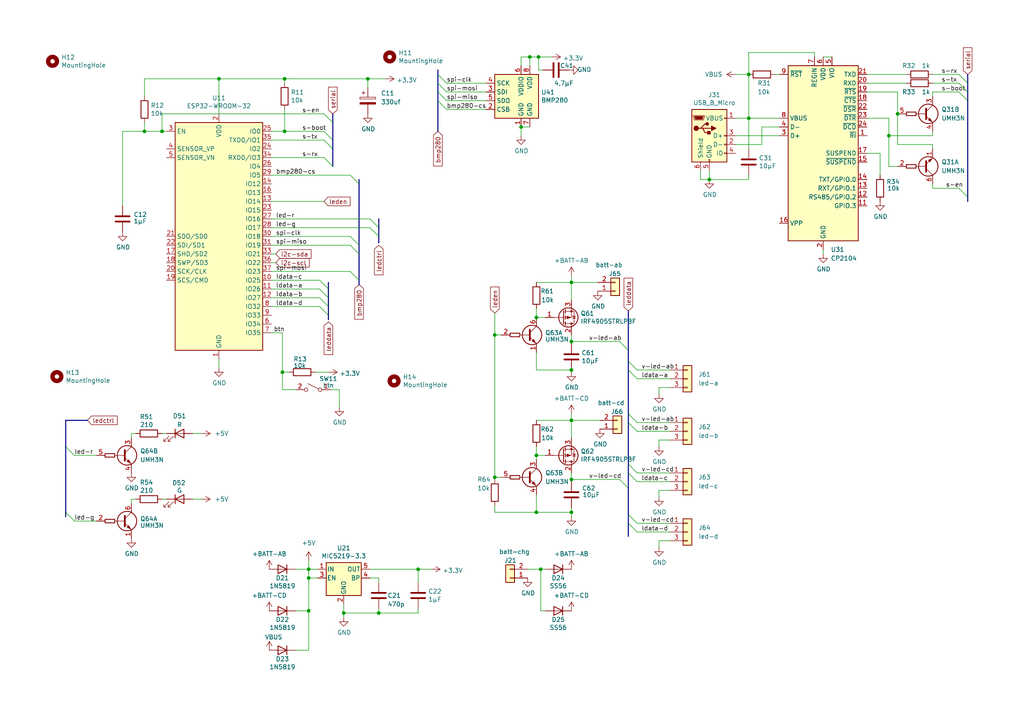
<source format=kicad_sch>
(kicad_sch (version 20230121) (generator eeschema)
  (paper "A4")
  (lib_symbols
    (symbol "+BATT_1" (power) (pin_names (offset 0))
      (property "Value" "+BATT_1" (at 0 4.445 0))
      (symbol "+BATT_1_1_1"
        (pin power_in line (at 0 0 90) (length 0) hide (name "+BATT-CD") (number "1"))
      )
    )
    (symbol "Connector:USB_B_Micro" (pin_names (offset 1.016))
      (property "Reference" "J" (at -5.08 11.43 0))
      (property "Value" "USB_B_Micro" (at -5.08 8.89 0))
      (symbol "USB_B_Micro_1_1"
        (pin power_out line (at 7.62 5.08 180) (length 2.54) (name "VBUS") (number "1"))
        (pin bidirectional line (at 7.62 -2.54 180) (length 2.54) (name "D-") (number "2"))
        (pin bidirectional line (at 7.62 0 180) (length 2.54) (name "D+") (number "3"))
        (pin passive line (at 7.62 -5.08 180) (length 2.54) (name "ID") (number "4"))
        (pin power_out line (at 0 -10.16 90) (length 2.54) (name "GND") (number "5"))
        (pin passive line (at -2.54 -10.16 90) (length 2.54) (name "Shield") (number "6"))
      )
    )
    (symbol "Connector_Generic:Conn_01x02" (pin_names (offset 1.016) hide)
      (property "Reference" "J" (at 0 2.54 0))
      (property "Value" "Conn_01x02" (at 0 -5.08 0))
      (symbol "Conn_01x02_1_1"
        (pin passive line (at -5.08 0 0) (length 3.81) (name "Pin_1") (number "1"))
        (pin passive line (at -5.08 -2.54 0) (length 3.81) (name "Pin_2") (number "2"))
      )
    )
    (symbol "Connector_Generic:Conn_01x03" (pin_names (offset 1.016) hide)
      (property "Reference" "J" (at 0 5.08 0))
      (property "Value" "Conn_01x03" (at 0 -5.08 0))
      (symbol "Conn_01x03_1_1"
        (pin passive line (at -5.08 2.54 0) (length 3.81) (name "Pin_1") (number "1"))
        (pin passive line (at -5.08 0 0) (length 3.81) (name "Pin_2") (number "2"))
        (pin passive line (at -5.08 -2.54 0) (length 3.81) (name "Pin_3") (number "3"))
      )
    )
    (symbol "Device:C" (pin_numbers hide) (pin_names (offset 0.254))
      (property "Reference" "C" (at 0.635 2.54 0))
      (property "Value" "C" (at 0.635 -2.54 0))
      (symbol "C_1_1"
        (pin passive line (at 0 3.81 270) (length 2.794) (name "~") (number "1"))
        (pin passive line (at 0 -3.81 90) (length 2.794) (name "~") (number "2"))
      )
    )
    (symbol "Device:C_Polarized" (pin_numbers hide) (pin_names (offset 0.254))
      (property "Reference" "C" (at 0.635 2.54 0))
      (property "Value" "C_Polarized" (at 0.635 -2.54 0))
      (symbol "C_Polarized_1_1"
        (pin passive line (at 0 3.81 270) (length 2.794) (name "~") (number "1"))
        (pin passive line (at 0 -3.81 90) (length 2.794) (name "~") (number "2"))
      )
    )
    (symbol "Device:D" (pin_numbers hide) (pin_names (offset 1.016) hide)
      (property "Reference" "D" (at 0 2.54 0))
      (property "Value" "D" (at 0 -2.54 0))
      (symbol "D_1_1"
        (pin passive line (at -3.81 0 0) (length 2.54) (name "K") (number "1"))
        (pin passive line (at 3.81 0 180) (length 2.54) (name "A") (number "2"))
      )
    )
    (symbol "Device:LED" (pin_numbers hide) (pin_names (offset 1.016) hide)
      (property "Reference" "D" (at 0 2.54 0))
      (property "Value" "LED" (at 0 -2.54 0))
      (symbol "LED_1_1"
        (pin passive line (at -3.81 0 0) (length 2.54) (name "K") (number "1"))
        (pin passive line (at 3.81 0 180) (length 2.54) (name "A") (number "2"))
      )
    )
    (symbol "Device:Q_PMOS_GDS" (pin_names (offset 0) hide)
      (property "Reference" "Q" (at 5.08 1.27 0))
      (property "Value" "Q_PMOS_GDS" (at 5.08 -1.27 0))
      (symbol "Q_PMOS_GDS_1_1"
        (pin input line (at -5.08 0 0) (length 2.54) (name "G") (number "1"))
        (pin passive line (at 2.54 5.08 270) (length 2.54) (name "D") (number "2"))
        (pin passive line (at 2.54 -5.08 90) (length 2.54) (name "S") (number "3"))
      )
    )
    (symbol "Device:R" (pin_numbers hide) (pin_names (offset 0))
      (property "Reference" "R" (at 2.032 0 90))
      (property "Value" "R" (at 0 0 90))
      (symbol "R_1_1"
        (pin passive line (at 0 3.81 270) (length 1.27) (name "~") (number "1"))
        (pin passive line (at 0 -3.81 90) (length 1.27) (name "~") (number "2"))
      )
    )
    (symbol "Interface_USB:CP2104"
      (property "Reference" "U" (at -5.08 28.575 0))
      (property "Value" "CP2104" (at -5.08 26.67 0))
      (symbol "CP2104_1_1"
        (pin input line (at 12.7 5.08 180) (length 2.54) (name "~{RI}") (number "1"))
        (pin no_connect line (at 10.16 -20.32 180) (length 2.54) hide (name "NC") (number "10"))
        (pin bidirectional line (at 12.7 -15.24 180) (length 2.54) (name "GPIO.3") (number "11"))
        (pin bidirectional line (at 12.7 -12.7 180) (length 2.54) (name "RS485/GPIO.2") (number "12"))
        (pin bidirectional line (at 12.7 -10.16 180) (length 2.54) (name "RXT/GPIO.1") (number "13"))
        (pin bidirectional line (at 12.7 -7.62 180) (length 2.54) (name "TXT/GPIO.0") (number "14"))
        (pin output line (at 12.7 -2.54 180) (length 2.54) (name "~{SUSPEND}") (number "15"))
        (pin passive line (at -12.7 -20.32 0) (length 2.54) (name "VPP") (number "16"))
        (pin output line (at 12.7 0 180) (length 2.54) (name "SUSPEND") (number "17"))
        (pin input line (at 12.7 15.24 180) (length 2.54) (name "~{CTS}") (number "18"))
        (pin output line (at 12.7 17.78 180) (length 2.54) (name "~{RTS}") (number "19"))
        (pin power_in line (at 0 -27.94 90) (length 2.54) (name "GND") (number "2"))
        (pin input line (at 12.7 20.32 180) (length 2.54) (name "RXD") (number "20"))
        (pin output line (at 12.7 22.86 180) (length 2.54) (name "TXD") (number "21"))
        (pin input line (at 12.7 12.7 180) (length 2.54) (name "~{DSR}") (number "22"))
        (pin output line (at 12.7 10.16 180) (length 2.54) (name "~{DTR}") (number "23"))
        (pin input line (at 12.7 7.62 180) (length 2.54) (name "~{DCD}") (number "24"))
        (pin passive line (at 0 -27.94 90) (length 2.54) hide (name "GND") (number "25"))
        (pin bidirectional line (at -12.7 5.08 0) (length 2.54) (name "D+") (number "3"))
        (pin bidirectional line (at -12.7 7.62 0) (length 2.54) (name "D-") (number "4"))
        (pin power_in line (at 2.54 27.94 270) (length 2.54) (name "VIO") (number "5"))
        (pin power_in line (at 0 27.94 270) (length 2.54) (name "VDD") (number "6"))
        (pin power_in line (at -2.54 27.94 270) (length 2.54) (name "REGIN") (number "7"))
        (pin input line (at -12.7 10.16 0) (length 2.54) (name "VBUS") (number "8"))
        (pin bidirectional line (at -12.7 22.86 0) (length 2.54) (name "~{RST}") (number "9"))
      )
    )
    (symbol "Mechanical:MountingHole" (pin_names (offset 1.016))
      (property "Reference" "H" (at 0 5.08 0))
      (property "Value" "MountingHole" (at 0 3.175 0))
    )
    (symbol "RF_Module:ESP32-WROOM-32"
      (property "Reference" "U" (at -12.7 34.29 0))
      (property "Value" "ESP32-WROOM-32" (at 1.27 34.29 0))
      (symbol "ESP32-WROOM-32_1_1"
        (pin power_in line (at 0 -35.56 90) (length 2.54) (name "GND") (number "1"))
        (pin bidirectional line (at 15.24 -12.7 180) (length 2.54) (name "IO25") (number "10"))
        (pin bidirectional line (at 15.24 -15.24 180) (length 2.54) (name "IO26") (number "11"))
        (pin bidirectional line (at 15.24 -17.78 180) (length 2.54) (name "IO27") (number "12"))
        (pin bidirectional line (at 15.24 10.16 180) (length 2.54) (name "IO14") (number "13"))
        (pin bidirectional line (at 15.24 15.24 180) (length 2.54) (name "IO12") (number "14"))
        (pin passive line (at 0 -35.56 90) (length 2.54) hide (name "GND") (number "15"))
        (pin bidirectional line (at 15.24 12.7 180) (length 2.54) (name "IO13") (number "16"))
        (pin bidirectional line (at -15.24 -5.08 0) (length 2.54) (name "SHD/SD2") (number "17"))
        (pin bidirectional line (at -15.24 -7.62 0) (length 2.54) (name "SWP/SD3") (number "18"))
        (pin bidirectional line (at -15.24 -12.7 0) (length 2.54) (name "SCS/CMD") (number "19"))
        (pin power_in line (at 0 35.56 270) (length 2.54) (name "VDD") (number "2"))
        (pin bidirectional line (at -15.24 -10.16 0) (length 2.54) (name "SCK/CLK") (number "20"))
        (pin bidirectional line (at -15.24 0 0) (length 2.54) (name "SDO/SD0") (number "21"))
        (pin bidirectional line (at -15.24 -2.54 0) (length 2.54) (name "SDI/SD1") (number "22"))
        (pin bidirectional line (at 15.24 7.62 180) (length 2.54) (name "IO15") (number "23"))
        (pin bidirectional line (at 15.24 25.4 180) (length 2.54) (name "IO2") (number "24"))
        (pin bidirectional line (at 15.24 30.48 180) (length 2.54) (name "IO0") (number "25"))
        (pin bidirectional line (at 15.24 20.32 180) (length 2.54) (name "IO4") (number "26"))
        (pin bidirectional line (at 15.24 5.08 180) (length 2.54) (name "IO16") (number "27"))
        (pin bidirectional line (at 15.24 2.54 180) (length 2.54) (name "IO17") (number "28"))
        (pin bidirectional line (at 15.24 17.78 180) (length 2.54) (name "IO5") (number "29"))
        (pin input line (at -15.24 30.48 0) (length 2.54) (name "EN") (number "3"))
        (pin bidirectional line (at 15.24 0 180) (length 2.54) (name "IO18") (number "30"))
        (pin bidirectional line (at 15.24 -2.54 180) (length 2.54) (name "IO19") (number "31"))
        (pin no_connect line (at -12.7 -27.94 0) (length 2.54) hide (name "NC") (number "32"))
        (pin bidirectional line (at 15.24 -5.08 180) (length 2.54) (name "IO21") (number "33"))
        (pin bidirectional line (at 15.24 22.86 180) (length 2.54) (name "RXD0/IO3") (number "34"))
        (pin bidirectional line (at 15.24 27.94 180) (length 2.54) (name "TXD0/IO1") (number "35"))
        (pin bidirectional line (at 15.24 -7.62 180) (length 2.54) (name "IO22") (number "36"))
        (pin bidirectional line (at 15.24 -10.16 180) (length 2.54) (name "IO23") (number "37"))
        (pin passive line (at 0 -35.56 90) (length 2.54) hide (name "GND") (number "38"))
        (pin passive line (at 0 -35.56 90) (length 2.54) hide (name "GND") (number "39"))
        (pin input line (at -15.24 25.4 0) (length 2.54) (name "SENSOR_VP") (number "4"))
        (pin input line (at -15.24 22.86 0) (length 2.54) (name "SENSOR_VN") (number "5"))
        (pin input line (at 15.24 -25.4 180) (length 2.54) (name "IO34") (number "6"))
        (pin input line (at 15.24 -27.94 180) (length 2.54) (name "IO35") (number "7"))
        (pin bidirectional line (at 15.24 -20.32 180) (length 2.54) (name "IO32") (number "8"))
        (pin bidirectional line (at 15.24 -22.86 180) (length 2.54) (name "IO33") (number "9"))
      )
    )
    (symbol "Regulator_Linear:MIC5219-3.3YM5" (pin_names (offset 0.254))
      (property "Reference" "U" (at -3.81 5.715 0))
      (property "Value" "MIC5219-3.3YM5" (at 0 5.715 0))
      (symbol "MIC5219-3.3YM5_1_1"
        (pin power_in line (at -7.62 2.54 0) (length 2.54) (name "IN") (number "1"))
        (pin power_in line (at 0 -7.62 90) (length 2.54) (name "GND") (number "2"))
        (pin input line (at -7.62 0 0) (length 2.54) (name "EN") (number "3"))
        (pin input line (at 7.62 0 180) (length 2.54) (name "BP") (number "4"))
        (pin power_out line (at 7.62 2.54 180) (length 2.54) (name "OUT") (number "5"))
      )
    )
    (symbol "Sensor_Pressure:BMP280"
      (property "Reference" "U" (at -7.62 10.16 0))
      (property "Value" "BMP280" (at 5.08 10.16 0))
      (symbol "BMP280_1_1"
        (pin power_in line (at 0 -7.62 90) (length 2.54) (name "GND") (number "1"))
        (pin input line (at -10.16 -2.54 0) (length 2.54) (name "CSB") (number "2"))
        (pin bidirectional line (at -10.16 2.54 0) (length 2.54) (name "SDI") (number "3"))
        (pin input line (at -10.16 5.08 0) (length 2.54) (name "SCK") (number "4"))
        (pin bidirectional line (at -10.16 0 0) (length 2.54) (name "SDO") (number "5"))
        (pin power_in line (at 0 10.16 270) (length 2.54) (name "VDDIO") (number "6"))
        (pin power_in line (at 2.54 -7.62 90) (length 2.54) (name "GND") (number "7"))
        (pin power_in line (at 2.54 10.16 270) (length 2.54) (name "VDD") (number "8"))
      )
    )
    (symbol "Switch:SW_SPST" (pin_names (offset 0) hide)
      (property "Reference" "SW" (at 0 3.175 0))
      (property "Value" "SW_SPST" (at 0 -2.54 0))
      (symbol "SW_SPST_1_1"
        (pin passive line (at -5.08 0 0) (length 2.54) (name "A") (number "1"))
        (pin passive line (at 5.08 0 180) (length 2.54) (name "B") (number "2"))
      )
    )
    (symbol "Transistor_BJT:UMH3N" (pin_names hide)
      (property "Reference" "Q" (at 7.62 1.27 0))
      (property "Value" "UMH3N" (at 7.62 -1.27 0))
      (symbol "UMH3N_1_1"
        (pin passive line (at 5.08 -5.08 90) (length 2.54) (name "E1") (number "1"))
        (pin input line (at -5.08 0 0) (length 2.54) (name "B1") (number "2"))
        (pin passive line (at 5.08 5.08 270) (length 2.54) (name "C1") (number "6"))
      )
      (symbol "UMH3N_2_1"
        (pin passive line (at 5.08 5.08 270) (length 2.54) (name "C2") (number "3"))
        (pin passive line (at 5.08 -5.08 90) (length 2.54) (name "E2") (number "4"))
        (pin input line (at -5.08 0 0) (length 2.54) (name "B2") (number "5"))
      )
    )
    (symbol "power:+3.3V" (power) (pin_names (offset 0))
      (property "Value" "+3.3V" (at 0 3.556 0))
      (symbol "+3.3V_1_1"
        (pin power_in line (at 0 0 90) (length 0) hide (name "+3.3V") (number "1"))
      )
    )
    (symbol "power:+5V" (power) (pin_names (offset 0))
      (property "Value" "+5V" (at 0 3.556 0))
      (symbol "+5V_1_1"
        (pin power_in line (at 0 0 90) (length 0) hide (name "+5V") (number "1"))
      )
    )
    (symbol "power:+BATT" (power) (pin_names (offset 0))
      (property "Value" "+BATT-AB" (at 0 4.445 0))
      (symbol "+BATT_1_1"
        (pin power_in line (at 0 0 90) (length 0) hide (name "+BATT-AB") (number "1"))
      )
    )
    (symbol "power:GND" (power) (pin_names (offset 0))
      (property "Value" "GND" (at 0 -3.81 0))
      (symbol "GND_1_1"
        (pin power_in line (at 0 0 270) (length 0) hide (name "GND") (number "1"))
      )
    )
    (symbol "power:VBUS" (power) (pin_names (offset 0))
      (property "Value" "VBUS" (at 0 3.81 0))
      (symbol "VBUS_1_1"
        (pin power_in line (at 0 0 90) (length 0) hide (name "VBUS") (number "1"))
      )
    )
  )
  (junction (at 82.55 22.86))
  (junction (at 89.535 167.64))
  (junction (at 99.695 177.8))
  (junction (at 165.735 121.92))
  (junction (at 46.99 38.1))
  (junction (at 217.17 34.29))
  (junction (at 165.735 99.06))
  (junction (at 106.68 22.86))
  (junction (at 155.575 148.59))
  (junction (at 41.91 38.1))
  (junction (at 109.855 177.8))
  (junction (at 155.575 92.075))
  (junction (at 89.535 165.1))
  (junction (at 165.735 139.065))
  (junction (at 121.285 165.1))
  (junction (at 143.51 138.43))
  (junction (at 63.5 22.86))
  (junction (at 217.17 21.59))
  (junction (at 165.735 148.59))
  (junction (at 205.74 52.07))
  (junction (at 257.81 39.37))
  (junction (at 82.55 38.1))
  (junction (at 165.735 81.915))
  (junction (at 89.535 177.165))
  (junction (at 151.13 36.83))
  (junction (at 165.735 107.315))
  (junction (at 156.845 165.1))
  (junction (at 260.35 33.02))
  (junction (at 153.67 16.51))
  (junction (at 81.915 107.95))
  (junction (at 156.21 16.51))
  (junction (at 155.575 132.08))
  (junction (at 143.51 97.155))
  (bus_entry (at 92.71 83.82) (size 2.54 2.54))
  (bus_entry (at 93.98 45.72) (size 2.54 2.54))
  (bus_entry (at 182.245 149.225) (size 2.54 2.54))
  (bus_entry (at 101.6 50.8) (size 2.54 2.54))
  (bus_entry (at 182.245 137.16) (size 2.54 2.54))
  (bus_entry (at 19.05 129.54) (size 2.54 2.54))
  (bus_entry (at 93.98 40.64) (size 2.54 2.54))
  (bus_entry (at 179.705 99.06) (size 2.54 2.54))
  (bus_entry (at 19.05 148.59) (size 2.54 2.54))
  (bus_entry (at 182.245 104.775) (size 2.54 2.54))
  (bus_entry (at 92.71 81.28) (size 2.54 2.54))
  (bus_entry (at 127 24.13) (size 2.54 2.54))
  (bus_entry (at 101.6 68.58) (size 2.54 2.54))
  (bus_entry (at 127 29.21) (size 2.54 2.54))
  (bus_entry (at 182.245 122.555) (size 2.54 2.54))
  (bus_entry (at 182.245 151.765) (size 2.54 2.54))
  (bus_entry (at 182.245 107.315) (size 2.54 2.54))
  (bus_entry (at 278.13 54.61) (size 2.54 2.54))
  (bus_entry (at 101.6 78.74) (size 2.54 2.54))
  (bus_entry (at 182.245 134.62) (size 2.54 2.54))
  (bus_entry (at 127 21.59) (size 2.54 2.54))
  (bus_entry (at 93.98 33.02) (size 2.54 2.54))
  (bus_entry (at 107.315 63.5) (size 2.54 2.54))
  (bus_entry (at 92.71 88.9) (size 2.54 2.54))
  (bus_entry (at 93.98 38.1) (size 2.54 2.54))
  (bus_entry (at 107.315 66.04) (size 2.54 2.54))
  (bus_entry (at 101.6 71.12) (size 2.54 2.54))
  (bus_entry (at 182.245 120.015) (size 2.54 2.54))
  (bus_entry (at 278.13 26.67) (size 2.54 2.54))
  (bus_entry (at 179.705 139.065) (size 2.54 2.54))
  (bus_entry (at 278.13 24.13) (size 2.54 2.54))
  (bus_entry (at 92.71 86.36) (size 2.54 2.54))
  (bus_entry (at 278.13 21.59) (size 2.54 2.54))
  (bus_entry (at 127 26.67) (size 2.54 2.54))
  (bus (pts (xy 182.245 134.62) (xy 182.245 137.16)))
  (wire (pts (xy 91.44 107.95) (xy 95.25 107.95)))
  (wire (pts (xy 93.98 38.1) (xy 82.55 38.1)))
  (wire (pts (xy 99.695 177.8) (xy 109.855 177.8)))
  (wire (pts (xy 184.785 107.315) (xy 194.31 107.315)))
  (wire (pts (xy 165.735 121.92) (xy 173.99 121.92)))
  (wire (pts (xy 41.91 22.86) (xy 63.5 22.86)))
  (wire (pts (xy 153.035 165.1) (xy 156.845 165.1)))
  (wire (pts (xy 260.35 26.67) (xy 260.35 33.02)))
  (wire (pts (xy 165.735 97.155) (xy 165.735 99.06)))
  (wire (pts (xy 155.575 143.51) (xy 155.575 148.59)))
  (wire (pts (xy 81.915 107.95) (xy 83.82 107.95)))
  (wire (pts (xy 21.59 132.08) (xy 27.94 132.08)))
  (wire (pts (xy 153.67 19.05) (xy 153.67 16.51)))
  (wire (pts (xy 191.135 112.395) (xy 194.31 112.395)))
  (bus (pts (xy 182.245 101.6) (xy 182.245 104.775)))
  (wire (pts (xy 35.56 38.1) (xy 35.56 59.69)))
  (wire (pts (xy 63.5 106.68) (xy 63.5 104.14)))
  (wire (pts (xy 251.46 44.45) (xy 255.27 44.45)))
  (wire (pts (xy 78.74 58.42) (xy 93.98 58.42)))
  (wire (pts (xy 85.725 165.1) (xy 89.535 165.1)))
  (wire (pts (xy 98.425 113.03) (xy 98.425 118.11)))
  (bus (pts (xy 127 24.13) (xy 127 26.67)))
  (wire (pts (xy 121.285 165.1) (xy 125.095 165.1)))
  (wire (pts (xy 270.51 41.91) (xy 270.51 43.18)))
  (wire (pts (xy 46.99 38.1) (xy 46.99 33.02)))
  (bus (pts (xy 109.855 68.58) (xy 109.855 70.485)))
  (wire (pts (xy 63.5 33.02) (xy 63.5 22.86)))
  (wire (pts (xy 153.67 16.51) (xy 156.21 16.51)))
  (wire (pts (xy 140.97 31.75) (xy 129.54 31.75)))
  (wire (pts (xy 270.51 26.67) (xy 278.13 26.67)))
  (wire (pts (xy 165.735 107.315) (xy 155.575 107.315)))
  (wire (pts (xy 38.1 125.73) (xy 39.37 125.73)))
  (wire (pts (xy 143.51 148.59) (xy 155.575 148.59)))
  (wire (pts (xy 224.79 21.59) (xy 226.06 21.59)))
  (wire (pts (xy 270.51 24.13) (xy 278.13 24.13)))
  (wire (pts (xy 236.22 15.24) (xy 217.17 15.24)))
  (wire (pts (xy 46.99 125.73) (xy 48.26 125.73)))
  (wire (pts (xy 38.1 144.78) (xy 39.37 144.78)))
  (bus (pts (xy 182.245 122.555) (xy 182.245 134.62)))
  (wire (pts (xy 165.735 99.06) (xy 179.705 99.06)))
  (wire (pts (xy 78.74 45.72) (xy 93.98 45.72)))
  (wire (pts (xy 251.46 21.59) (xy 262.89 21.59)))
  (bus (pts (xy 182.245 104.775) (xy 182.245 107.315)))
  (wire (pts (xy 109.855 176.53) (xy 109.855 177.8)))
  (wire (pts (xy 191.135 129.54) (xy 191.135 127.635)))
  (wire (pts (xy 85.725 177.165) (xy 89.535 177.165)))
  (wire (pts (xy 151.13 39.37) (xy 151.13 36.83)))
  (bus (pts (xy 280.67 21.59) (xy 280.67 24.13)))
  (bus (pts (xy 182.245 90.17) (xy 182.245 101.6)))
  (wire (pts (xy 107.315 165.1) (xy 121.285 165.1)))
  (wire (pts (xy 156.845 177.165) (xy 158.115 177.165)))
  (wire (pts (xy 156.21 16.51) (xy 156.21 20.32)))
  (bus (pts (xy 19.05 129.54) (xy 19.05 148.59)))
  (wire (pts (xy 270.51 27.94) (xy 270.51 26.67)))
  (wire (pts (xy 143.51 97.155) (xy 145.415 97.155)))
  (wire (pts (xy 46.99 33.02) (xy 93.98 33.02)))
  (wire (pts (xy 213.36 39.37) (xy 226.06 39.37)))
  (wire (pts (xy 81.915 113.03) (xy 85.725 113.03)))
  (wire (pts (xy 41.91 38.1) (xy 46.99 38.1)))
  (bus (pts (xy 19.05 148.59) (xy 19.05 149.86)))
  (wire (pts (xy 38.1 125.73) (xy 38.1 127)))
  (bus (pts (xy 19.05 121.92) (xy 19.05 129.54)))
  (bus (pts (xy 95.25 91.44) (xy 95.25 92.71)))
  (wire (pts (xy 191.135 156.845) (xy 194.31 156.845)))
  (bus (pts (xy 127 21.59) (xy 127 24.13)))
  (bus (pts (xy 95.25 86.36) (xy 95.25 88.9)))
  (bus (pts (xy 109.855 66.04) (xy 109.855 68.58)))
  (bus (pts (xy 127 26.67) (xy 127 29.21)))
  (wire (pts (xy 156.21 20.32) (xy 157.48 20.32)))
  (bus (pts (xy 95.25 81.915) (xy 95.25 83.82)))
  (wire (pts (xy 78.74 73.66) (xy 80.01 73.66)))
  (wire (pts (xy 165.735 137.16) (xy 165.735 139.065)))
  (wire (pts (xy 109.855 167.64) (xy 109.855 168.91)))
  (bus (pts (xy 104.14 52.07) (xy 104.14 53.34)))
  (wire (pts (xy 155.575 107.315) (xy 155.575 102.235)))
  (wire (pts (xy 41.91 38.1) (xy 35.56 38.1)))
  (wire (pts (xy 89.535 165.1) (xy 89.535 167.64)))
  (wire (pts (xy 184.785 137.16) (xy 194.31 137.16)))
  (bus (pts (xy 127 20.32) (xy 127 21.59)))
  (wire (pts (xy 78.74 88.9) (xy 92.71 88.9)))
  (bus (pts (xy 104.14 53.34) (xy 104.14 71.12)))
  (wire (pts (xy 143.51 138.43) (xy 145.415 138.43)))
  (wire (pts (xy 55.88 144.78) (xy 58.42 144.78)))
  (wire (pts (xy 89.535 167.64) (xy 92.075 167.64)))
  (wire (pts (xy 165.735 81.915) (xy 173.355 81.915)))
  (wire (pts (xy 89.535 162.56) (xy 89.535 165.1)))
  (wire (pts (xy 158.115 132.08) (xy 155.575 132.08)))
  (bus (pts (xy 182.245 107.315) (xy 182.245 120.015)))
  (wire (pts (xy 257.81 34.29) (xy 257.81 39.37)))
  (wire (pts (xy 46.99 144.78) (xy 48.26 144.78)))
  (wire (pts (xy 107.315 167.64) (xy 109.855 167.64)))
  (wire (pts (xy 99.695 177.8) (xy 99.695 179.07)))
  (wire (pts (xy 184.785 154.305) (xy 194.31 154.305)))
  (wire (pts (xy 78.74 78.74) (xy 101.6 78.74)))
  (wire (pts (xy 257.81 39.37) (xy 270.51 39.37)))
  (wire (pts (xy 184.785 151.765) (xy 194.31 151.765)))
  (bus (pts (xy 104.14 73.66) (xy 104.14 81.28)))
  (bus (pts (xy 25.4 121.92) (xy 19.05 121.92)))
  (wire (pts (xy 155.575 129.54) (xy 155.575 132.08)))
  (wire (pts (xy 213.36 34.29) (xy 217.17 34.29)))
  (wire (pts (xy 203.2 49.53) (xy 203.2 52.07)))
  (bus (pts (xy 95.25 88.9) (xy 95.25 91.44)))
  (wire (pts (xy 191.135 142.24) (xy 194.31 142.24)))
  (wire (pts (xy 121.285 177.8) (xy 121.285 176.53)))
  (wire (pts (xy 217.17 50.8) (xy 217.17 52.07)))
  (wire (pts (xy 165.735 121.92) (xy 165.735 127)))
  (wire (pts (xy 203.2 52.07) (xy 205.74 52.07)))
  (bus (pts (xy 96.52 40.64) (xy 96.52 43.18)))
  (wire (pts (xy 191.135 144.145) (xy 191.135 142.24)))
  (bus (pts (xy 109.855 63.5) (xy 109.855 66.04)))
  (wire (pts (xy 165.735 80.01) (xy 165.735 81.915)))
  (wire (pts (xy 257.81 48.26) (xy 260.35 48.26)))
  (wire (pts (xy 78.74 63.5) (xy 107.315 63.5)))
  (wire (pts (xy 251.46 34.29) (xy 257.81 34.29)))
  (wire (pts (xy 109.855 177.8) (xy 121.285 177.8)))
  (bus (pts (xy 182.245 137.16) (xy 182.245 141.605)))
  (wire (pts (xy 78.74 71.12) (xy 101.6 71.12)))
  (wire (pts (xy 184.785 109.855) (xy 194.31 109.855)))
  (wire (pts (xy 255.27 44.45) (xy 255.27 50.8)))
  (wire (pts (xy 217.17 34.29) (xy 217.17 43.18)))
  (wire (pts (xy 217.17 21.59) (xy 217.17 34.29)))
  (wire (pts (xy 205.74 52.07) (xy 217.17 52.07)))
  (wire (pts (xy 165.735 107.315) (xy 165.735 107.95)))
  (bus (pts (xy 96.52 33.02) (xy 96.52 35.56)))
  (wire (pts (xy 89.535 165.1) (xy 92.075 165.1)))
  (wire (pts (xy 251.46 24.13) (xy 262.89 24.13)))
  (wire (pts (xy 257.81 39.37) (xy 257.81 48.26)))
  (bus (pts (xy 280.67 24.13) (xy 280.67 26.67)))
  (wire (pts (xy 143.51 90.805) (xy 143.51 97.155)))
  (wire (pts (xy 260.35 41.91) (xy 270.51 41.91)))
  (bus (pts (xy 95.25 83.82) (xy 95.25 86.36)))
  (wire (pts (xy 270.51 54.61) (xy 278.13 54.61)))
  (bus (pts (xy 182.245 151.765) (xy 182.245 155.575)))
  (wire (pts (xy 121.285 168.91) (xy 121.285 165.1)))
  (wire (pts (xy 191.135 127.635) (xy 194.31 127.635)))
  (wire (pts (xy 165.735 99.06) (xy 165.735 99.695)))
  (wire (pts (xy 205.74 49.53) (xy 205.74 52.07)))
  (wire (pts (xy 213.36 21.59) (xy 217.17 21.59)))
  (wire (pts (xy 38.1 144.78) (xy 38.1 146.05)))
  (bus (pts (xy 104.14 71.12) (xy 104.14 73.66)))
  (wire (pts (xy 260.35 33.02) (xy 260.35 41.91)))
  (bus (pts (xy 280.67 57.15) (xy 280.67 58.42)))
  (bus (pts (xy 104.14 81.28) (xy 104.14 82.55)))
  (wire (pts (xy 217.17 34.29) (xy 226.06 34.29)))
  (wire (pts (xy 236.22 16.51) (xy 236.22 15.24)))
  (bus (pts (xy 127 29.21) (xy 127 38.1)))
  (wire (pts (xy 155.575 148.59) (xy 165.735 148.59)))
  (wire (pts (xy 80.01 76.2) (xy 78.74 76.2)))
  (wire (pts (xy 165.735 148.59) (xy 165.735 149.86)))
  (wire (pts (xy 95.885 113.03) (xy 98.425 113.03)))
  (wire (pts (xy 78.74 68.58) (xy 101.6 68.58)))
  (wire (pts (xy 78.74 86.36) (xy 92.71 86.36)))
  (wire (pts (xy 46.99 38.1) (xy 48.26 38.1)))
  (bus (pts (xy 182.245 120.015) (xy 182.245 122.555)))
  (wire (pts (xy 151.13 19.05) (xy 151.13 16.51)))
  (wire (pts (xy 191.135 158.75) (xy 191.135 156.845)))
  (wire (pts (xy 78.74 81.28) (xy 92.71 81.28)))
  (wire (pts (xy 155.575 81.915) (xy 165.735 81.915)))
  (wire (pts (xy 143.51 146.685) (xy 143.51 148.59)))
  (wire (pts (xy 55.88 125.73) (xy 58.42 125.73)))
  (wire (pts (xy 78.74 38.1) (xy 82.55 38.1)))
  (wire (pts (xy 156.845 165.1) (xy 156.845 177.165)))
  (wire (pts (xy 184.785 122.555) (xy 194.31 122.555)))
  (wire (pts (xy 143.51 138.43) (xy 143.51 97.155)))
  (wire (pts (xy 78.74 66.04) (xy 107.315 66.04)))
  (wire (pts (xy 156.845 165.1) (xy 158.115 165.1)))
  (wire (pts (xy 184.785 139.7) (xy 194.31 139.7)))
  (wire (pts (xy 217.17 15.24) (xy 217.17 21.59)))
  (wire (pts (xy 270.51 38.1) (xy 270.51 39.37)))
  (wire (pts (xy 165.735 120.015) (xy 165.735 121.92)))
  (wire (pts (xy 251.46 26.67) (xy 260.35 26.67)))
  (wire (pts (xy 151.13 16.51) (xy 153.67 16.51)))
  (wire (pts (xy 155.575 89.535) (xy 155.575 92.075)))
  (wire (pts (xy 165.735 139.065) (xy 179.705 139.065)))
  (bus (pts (xy 182.245 141.605) (xy 182.245 149.225)))
  (wire (pts (xy 82.55 22.86) (xy 82.55 24.13)))
  (wire (pts (xy 165.735 81.915) (xy 165.735 86.995)))
  (wire (pts (xy 278.13 21.59) (xy 270.51 21.59)))
  (wire (pts (xy 238.76 16.51) (xy 241.3 16.51)))
  (wire (pts (xy 106.68 22.86) (xy 106.68 25.4)))
  (wire (pts (xy 155.575 132.08) (xy 155.575 133.35)))
  (wire (pts (xy 89.535 177.165) (xy 89.535 188.595)))
  (wire (pts (xy 155.575 121.92) (xy 165.735 121.92)))
  (wire (pts (xy 140.97 26.67) (xy 129.54 26.67)))
  (wire (pts (xy 41.91 35.56) (xy 41.91 38.1)))
  (bus (pts (xy 182.245 149.225) (xy 182.245 151.765)))
  (wire (pts (xy 158.115 92.075) (xy 155.575 92.075)))
  (bus (pts (xy 96.52 35.56) (xy 96.52 40.64)))
  (wire (pts (xy 63.5 22.86) (xy 82.55 22.86)))
  (wire (pts (xy 191.135 114.3) (xy 191.135 112.395)))
  (wire (pts (xy 156.21 16.51) (xy 160.02 16.51)))
  (wire (pts (xy 85.725 188.595) (xy 89.535 188.595)))
  (wire (pts (xy 226.06 36.83) (xy 220.98 36.83)))
  (wire (pts (xy 81.915 107.95) (xy 81.915 113.03)))
  (wire (pts (xy 165.735 139.065) (xy 165.735 139.7)))
  (bus (pts (xy 280.67 26.67) (xy 280.67 29.21)))
  (wire (pts (xy 143.51 139.065) (xy 143.51 138.43)))
  (wire (pts (xy 21.59 151.13) (xy 27.94 151.13)))
  (wire (pts (xy 82.55 31.75) (xy 82.55 38.1)))
  (wire (pts (xy 99.695 175.26) (xy 99.695 177.8)))
  (wire (pts (xy 106.68 22.86) (xy 111.76 22.86)))
  (wire (pts (xy 270.51 54.61) (xy 270.51 53.34)))
  (bus (pts (xy 96.52 43.18) (xy 96.52 48.26)))
  (wire (pts (xy 89.535 167.64) (xy 89.535 177.165)))
  (wire (pts (xy 184.785 125.095) (xy 194.31 125.095)))
  (wire (pts (xy 213.36 41.91) (xy 220.98 41.91)))
  (wire (pts (xy 220.98 36.83) (xy 220.98 41.91)))
  (wire (pts (xy 78.74 40.64) (xy 93.98 40.64)))
  (wire (pts (xy 82.55 22.86) (xy 106.68 22.86)))
  (bus (pts (xy 280.67 29.21) (xy 280.67 57.15)))
  (wire (pts (xy 81.915 96.52) (xy 81.915 107.95)))
  (wire (pts (xy 78.74 96.52) (xy 81.915 96.52)))
  (wire (pts (xy 41.91 27.94) (xy 41.91 22.86)))
  (wire (pts (xy 78.74 50.8) (xy 101.6 50.8)))
  (wire (pts (xy 165.735 147.32) (xy 165.735 148.59)))
  (wire (pts (xy 153.67 36.83) (xy 151.13 36.83)))
  (wire (pts (xy 129.54 29.21) (xy 140.97 29.21)))
  (wire (pts (xy 78.74 83.82) (xy 92.71 83.82)))
  (wire (pts (xy 238.76 72.39) (xy 238.76 73.66)))
  (wire (pts (xy 129.54 24.13) (xy 140.97 24.13)))
  (label "led-g" (at 21.59 151.13 0))
  (label "ldata-a" (at 80.01 83.82 0))
  (label "ldata-a" (at 186.055 109.855 0))
  (label "led-r" (at 80.01 63.5 0))
  (label "s-rx" (at 87.63 45.72 0))
  (label "btn" (at 79.375 96.52 0))
  (label "ldata-c" (at 80.01 81.28 0))
  (label "v-led-cd" (at 170.815 139.065 0))
  (label "s-boot" (at 273.05 26.67 0))
  (label "v-led-ab" (at 170.815 99.06 0))
  (label "led-g" (at 80.01 66.04 0))
  (label "ldata-b" (at 80.01 86.36 0))
  (label "s-boot" (at 87.63 38.1 0))
  (label "bmp280-cs" (at 80.01 50.8 0))
  (label "spi-miso" (at 129.54 29.21 0))
  (label "s-tx" (at 273.05 24.13 0))
  (label "spi-clk" (at 80.01 68.58 0))
  (label "spi-clk" (at 129.54 24.13 0))
  (label "spi-mosi" (at 80.01 78.74 0))
  (label "v-led-cd" (at 186.055 151.765 0))
  (label "ldata-c" (at 186.055 139.7 0))
  (label "v-led-cd" (at 186.055 137.16 0))
  (label "s-tx" (at 87.63 40.64 0))
  (label "v-led-ab" (at 186.055 107.315 0))
  (label "led-r" (at 21.59 132.08 0))
  (label "s-en" (at 87.63 33.02 0))
  (label "v-led-ab" (at 186.055 122.555 0))
  (label "ldata-d" (at 80.01 88.9 0))
  (label "ldata-b" (at 186.055 125.095 0))
  (label "s-en" (at 274.32 54.61 0))
  (label "spi-mosi" (at 129.54 26.67 0))
  (label "s-rx" (at 273.05 21.59 0))
  (label "bmp280-cs" (at 129.54 31.75 0))
  (label "spi-miso" (at 80.01 71.12 0))
  (label "ldata-d" (at 186.055 154.305 0))
  (global_label "bmp280" (shape input) (at 104.14 82.55 270) (property "Intersheetrefs" "${INTERSHEET_REFS}" (effects hide)))
  (global_label "bmp280" (shape input) (at 127 38.1 270) (property "Intersheetrefs" "${INTERSHEET_REFS}" (effects hide)))
  (global_label "i2c-scl" (shape input) (at 80.01 76.2 0) (property "Intersheetrefs" "${INTERSHEET_REFS}" (effects hide)))
  (global_label "leddata" (shape input) (at 95.25 93.345 270) (property "Intersheetrefs" "${INTERSHEET_REFS}" (effects hide)))
  (global_label "i2c-sda" (shape input) (at 80.01 73.66 0) (property "Intersheetrefs" "${INTERSHEET_REFS}" (effects hide)))
  (global_label "serial" (shape input) (at 280.67 21.59 90) (property "Intersheetrefs" "${INTERSHEET_REFS}" (effects hide)))
  (global_label "serial" (shape input) (at 96.52 33.02 90) (property "Intersheetrefs" "${INTERSHEET_REFS}" (effects hide)))
  (global_label "ledctrl" (shape input) (at 109.855 71.12 270) (property "Intersheetrefs" "${INTERSHEET_REFS}" (effects hide)))
  (global_label "leden" (shape input) (at 93.98 58.42 0) (property "Intersheetrefs" "${INTERSHEET_REFS}" (effects hide)))
  (global_label "ledctrl" (shape input) (at 25.4 121.92 0) (property "Intersheetrefs" "${INTERSHEET_REFS}" (effects hide)))
  (global_label "leddata" (shape input) (at 182.245 90.17 90) (property "Intersheetrefs" "${INTERSHEET_REFS}" (effects hide)))
  (global_label "leden" (shape input) (at 143.51 90.805 90) (property "Intersheetrefs" "${INTERSHEET_REFS}" (effects hide)))
  (symbol (lib_id "power:GND") (at 153.035 167.64 0) (unit 1)
    (property "Reference" "#PWR021" (effects hide))
    (property "Value" "GND" (at 153.162 172.0342 0))
  )
  (symbol (lib_id "Mechanical:MountingHole") (at 113.03 16.51 0) (unit 1)
    (property "Reference" "H11" (at 115.57 15.3416 0) (effects (justify left)))
    (property "Value" "MountingHole" (at 115.57 17.653 0) (effects (justify left)))
    (property "Footprint" "MountingHole:MountingHole_3.2mm_M3" (effects hide))
  )
  (symbol (lib_id "Device:C") (at 109.855 172.72 0) (unit 1)
    (property "Reference" "C21" (at 112.395 172.72 0) (effects (justify left)))
    (property "Value" "470p" (at 112.395 175.26 0) (effects (justify left)))
    (property "Footprint" "Capacitor_SMD:C_0805_2012Metric" (effects hide))
  )
  (symbol (lib_id "Device:R") (at 87.63 107.95 270) (unit 1)
    (property "Reference" "R13" (at 85.09 104.14 90) (effects (justify left)))
    (property "Value" "10k" (at 85.09 106.045 90) (effects (justify left)))
    (property "Footprint" "Resistor_SMD:R_0805_2012Metric" (effects hide))
  )
  (symbol (lib_id "power:GND") (at 165.735 107.95 0) (unit 1)
    (property "Reference" "#PWR0123" (effects hide))
    (property "Value" "GND" (at 165.862 112.3442 0))
  )
  (symbol (lib_id "Device:Q_PMOS_GDS") (at 163.195 132.08 0) (mirror x) (unit 1)
    (property "Reference" "Q62" (at 168.402 130.9116 0) (effects (justify left)))
    (property "Value" "IRF4905STRLPBF" (at 168.402 133.223 0) (effects (justify left)))
    (property "Footprint" "Package_TO_SOT_SMD:TO-263-2" (effects hide))
  )
  (symbol (lib_id "Device:C") (at 35.56 63.5 0) (unit 1)
    (property "Reference" "C12" (at 38.735 62.23 0) (effects (justify left)))
    (property "Value" "1μF" (at 38.735 64.135 0) (effects (justify left)))
    (property "Footprint" "Capacitor_SMD:C_0805_2012Metric" (effects hide))
  )
  (symbol (lib_id "power:GND") (at 191.135 114.3 0) (unit 1)
    (property "Reference" "#PWR0112" (effects hide))
    (property "Value" "GND" (at 191.262 118.6942 0))
  )
  (symbol (lib_id "power:+BATT") (at 165.735 80.01 0) (unit 1)
    (property "Reference" "#PWR0111" (effects hide))
    (property "Value" "+BATT-AB" (at 165.735 75.565 0))
  )
  (symbol (lib_id "power:+5V") (at 58.42 144.78 270) (unit 1)
    (property "Reference" "#PWR0130" (effects hide))
    (property "Value" "+5V" (at 62.23 144.78 90) (effects (justify left)))
  )
  (symbol (lib_id "Sensor_Pressure:BMP280") (at 151.13 29.21 0) (unit 1)
    (property "Reference" "U41" (at 156.972 26.7716 0) (effects (justify left)))
    (property "Value" "BMP280" (at 156.972 29.083 0) (effects (justify left)))
    (property "Footprint" "Package_LGA:Bosch_LGA-8_2x2.5mm_P0.65mm_ClockwisePinNumbering" (effects hide))
    (property "Datasheet" "https://ae-bst.resource.bosch.com/media/_tech/media/datasheets/BST-BMP280-DS001.pdf" (effects hide))
  )
  (symbol (lib_id "Transistor_BJT:UMH3N") (at 150.495 97.155 0) (unit 1)
    (property "Reference" "Q63" (at 158.115 96.52 0) (effects (justify left)))
    (property "Value" "UMH3N" (at 158.115 98.425 0) (effects (justify left)))
    (property "Footprint" "Package_TO_SOT_SMD:SOT-363_SC-70-6" (effects hide))
    (property "Datasheet" "http://rohmfs.rohm.com/en/products/databook/datasheet/discrete/transistor/digital/emh3t2r-e.pdf" (effects hide))
  )
  (symbol (lib_name "+BATT_1") (lib_id "power:+BATT") (at 165.735 177.165 0) (unit 1)
    (property "Reference" "#PWR023" (effects hide))
    (property "Value" "+BATT-CD" (at 165.735 172.72 0))
  )
  (symbol (lib_name "+BATT_1") (lib_id "power:+BATT") (at 165.735 120.015 0) (unit 1)
    (property "Reference" "#PWR0127" (effects hide))
    (property "Value" "+BATT-CD" (at 165.735 115.57 0))
  )
  (symbol (lib_id "power:+BATT") (at 165.735 165.1 0) (unit 1)
    (property "Reference" "#PWR022" (effects hide))
    (property "Value" "+BATT-AB" (at 165.735 160.655 0))
  )
  (symbol (lib_id "Device:LED") (at 52.07 144.78 0) (unit 1)
    (property "Reference" "D52" (at 51.8922 140.0556 0))
    (property "Value" "G" (at 52.07 142.24 0))
    (property "Footprint" "LED_THT:LED_D3.0mm" (effects hide))
  )
  (symbol (lib_id "power:GND") (at 238.76 73.66 0) (unit 1)
    (property "Reference" "#PWR0105" (effects hide))
    (property "Value" "GND" (at 238.887 78.0542 0))
  )
  (symbol (lib_id "power:GND") (at 191.135 144.145 0) (unit 1)
    (property "Reference" "#PWR0102" (effects hide))
    (property "Value" "GND" (at 191.262 148.5392 0))
  )
  (symbol (lib_id "Device:R") (at 266.7 21.59 270) (unit 1)
    (property "Reference" "R32" (at 261.62 19.05 90) (effects (justify left)))
    (property "Value" "1k" (at 267.335 19.05 90) (effects (justify left)))
    (property "Footprint" "Resistor_SMD:R_0805_2012Metric" (effects hide))
  )
  (symbol (lib_id "Device:C") (at 121.285 172.72 0) (unit 1)
    (property "Reference" "C22" (at 124.206 171.5516 0) (effects (justify left)))
    (property "Value" "1μF" (at 124.206 173.863 0) (effects (justify left)))
    (property "Footprint" "Capacitor_SMD:C_0805_2012Metric" (effects hide))
  )
  (symbol (lib_id "Device:R") (at 82.55 27.94 0) (unit 1)
    (property "Reference" "R11" (at 84.328 26.7716 0) (effects (justify left)))
    (property "Value" "10k" (at 84.328 29.083 0) (effects (justify left)))
    (property "Footprint" "Resistor_SMD:R_0805_2012Metric" (effects hide))
  )
  (symbol (lib_id "power:+3.3V") (at 160.02 16.51 270) (unit 1)
    (property "Reference" "#PWR0108" (effects hide))
    (property "Value" "+3.3V" (at 163.2712 16.891 90) (effects (justify left)))
  )
  (symbol (lib_id "Connector_Generic:Conn_01x03") (at 199.39 109.855 0) (unit 1)
    (property "Reference" "J61" (at 202.565 108.585 0) (effects (justify left)))
    (property "Value" "led-a" (at 202.565 111.125 0) (effects (justify left)))
    (property "Footprint" "Connector_JST:JST_XH_S3B-XH-A_1x03_P2.50mm_Horizontal" (effects hide))
  )
  (symbol (lib_id "Device:R") (at 43.18 144.78 90) (unit 1)
    (property "Reference" "R54" (at 44.45 139.9286 90) (effects (justify left)))
    (property "Value" "210" (at 44.45 142.24 90) (effects (justify left)))
    (property "Footprint" "Resistor_SMD:R_1206_3216Metric" (effects hide))
  )
  (symbol (lib_id "Device:R") (at 266.7 24.13 270) (unit 1)
    (property "Reference" "R33" (at 261.62 26.67 90) (effects (justify left)))
    (property "Value" "1k" (at 267.335 26.67 90) (effects (justify left)))
    (property "Footprint" "Resistor_SMD:R_0805_2012Metric" (effects hide))
  )
  (symbol (lib_id "Regulator_Linear:MIC5219-3.3YM5") (at 99.695 167.64 0) (unit 1)
    (property "Reference" "U21" (at 99.695 158.9532 0))
    (property "Value" "MIC5219-3.3" (at 99.695 161.2646 0))
    (property "Footprint" "Package_TO_SOT_SMD:SOT-23-5" (effects hide))
    (property "Datasheet" "http://ww1.microchip.com/downloads/en/DeviceDoc/MIC5219-500mA-Peak-Output-LDO-Regulator-DS20006021A.pdf" (effects hide))
  )
  (symbol (lib_id "Device:D") (at 81.915 177.165 180) (unit 1)
    (property "Reference" "D22" (at 81.915 179.705 0))
    (property "Value" "1N5819" (at 81.915 182.0164 0))
    (property "Footprint" "Diode_SMD:D_SOD-323" (effects hide))
  )
  (symbol (lib_id "power:VBUS") (at 213.36 21.59 90) (unit 1)
    (property "Reference" "#PWR0107" (effects hide))
    (property "Value" "VBUS" (at 209.55 21.59 90) (effects (justify left)))
  )
  (symbol (lib_id "Device:Q_PMOS_GDS") (at 163.195 92.075 0) (mirror x) (unit 1)
    (property "Reference" "Q61" (at 168.402 90.9066 0) (effects (justify left)))
    (property "Value" "IRF4905STRLPBF" (at 168.402 93.218 0) (effects (justify left)))
    (property "Footprint" "Package_TO_SOT_SMD:TO-263-2" (effects hide))
  )
  (symbol (lib_id "power:GND") (at 151.13 39.37 0) (unit 1)
    (property "Reference" "#PWR0120" (effects hide))
    (property "Value" "GND" (at 151.257 43.7642 0))
  )
  (symbol (lib_id "power:GND") (at 35.56 67.31 0) (unit 1)
    (property "Reference" "#PWR0113" (effects hide))
    (property "Value" "GND" (at 35.687 71.7042 0))
  )
  (symbol (lib_id "Device:C") (at 161.29 20.32 90) (unit 1)
    (property "Reference" "C41" (at 166.37 19.05 90) (effects (justify left)))
    (property "Value" "4,7μF" (at 166.37 24.13 90) (effects (justify left)))
    (property "Footprint" "Capacitor_SMD:C_0805_2012Metric" (effects hide))
  )
  (symbol (lib_id "Device:R") (at 255.27 54.61 180) (unit 1)
    (property "Reference" "R34" (at 260.985 52.705 0) (effects (justify left)))
    (property "Value" "10k" (at 260.985 54.61 0) (effects (justify left)))
    (property "Footprint" "Resistor_SMD:R_0805_2012Metric" (effects hide))
  )
  (symbol (lib_id "Device:R") (at 43.18 125.73 90) (unit 1)
    (property "Reference" "R51" (at 44.45 120.8786 90) (effects (justify left)))
    (property "Value" "210" (at 44.45 123.19 90) (effects (justify left)))
    (property "Footprint" "Resistor_SMD:R_1206_3216Metric" (effects hide))
  )
  (symbol (lib_id "Connector_Generic:Conn_01x02") (at 179.07 124.46 0) (mirror x) (unit 1)
    (property "Reference" "J66" (at 177.165 119.38 0) (effects (justify left)))
    (property "Value" "batt-cd" (at 173.355 116.84 0) (effects (justify left)))
    (property "Footprint" "Connector_AMASS:AMASS_XT30U-F_1x02_P5.0mm_Vertical" (effects hide))
  )
  (symbol (lib_id "Transistor_BJT:UMH3N") (at 33.02 151.13 0) (unit 1)
    (property "Reference" "Q64" (at 40.64 150.495 0) (effects (justify left)))
    (property "Value" "UMH3N" (at 40.64 152.4 0) (effects (justify left)))
    (property "Footprint" "Package_TO_SOT_SMD:SOT-363_SC-70-6" (effects hide))
    (property "Datasheet" "http://rohmfs.rohm.com/en/products/databook/datasheet/discrete/transistor/digital/emh3t2r-e.pdf" (effects hide))
  )
  (symbol (lib_id "Transistor_BJT:UMH3N") (at 150.495 138.43 0) (unit 2)
    (property "Reference" "Q63" (at 158.115 137.16 0) (effects (justify left)))
    (property "Value" "UMH3N" (at 158.115 139.7 0) (effects (justify left)))
    (property "Footprint" "Package_TO_SOT_SMD:SOT-363_SC-70-6" (effects hide))
    (property "Datasheet" "http://rohmfs.rohm.com/en/products/databook/datasheet/discrete/transistor/digital/emh3t2r-e.pdf" (effects hide))
  )
  (symbol (lib_id "power:GND") (at 191.135 158.75 0) (unit 1)
    (property "Reference" "#PWR0103" (effects hide))
    (property "Value" "GND" (at 191.262 163.1442 0))
  )
  (symbol (lib_id "power:GND") (at 38.1 137.16 0) (unit 1)
    (property "Reference" "#PWR0126" (effects hide))
    (property "Value" "GND" (at 38.227 141.5542 0))
  )
  (symbol (lib_id "Device:C_Polarized") (at 106.68 29.21 0) (unit 1)
    (property "Reference" "C11" (at 110.49 27.051 0) (effects (justify left)))
    (property "Value" "330uf" (at 110.49 29.591 0) (effects (justify left)))
    (property "Footprint" "Capacitor_Tantalum_SMD:CP_EIA-7343-20_Kemet-V" (effects hide))
  )
  (symbol (lib_id "power:GND") (at 173.99 124.46 0) (unit 1)
    (property "Reference" "#PWR061" (effects hide))
    (property "Value" "GND" (at 174.117 128.8542 0))
  )
  (symbol (lib_id "power:+5V") (at 58.42 125.73 270) (unit 1)
    (property "Reference" "#PWR0115" (effects hide))
    (property "Value" "+5V" (at 62.23 125.73 90) (effects (justify left)))
  )
  (symbol (lib_id "power:GND") (at 191.135 129.54 0) (unit 1)
    (property "Reference" "#PWR0101" (effects hide))
    (property "Value" "GND" (at 191.262 133.9342 0))
  )
  (symbol (lib_id "Device:R") (at 155.575 85.725 180) (unit 1)
    (property "Reference" "R61" (at 160.655 84.455 0) (effects (justify left)))
    (property "Value" "10k" (at 160.655 86.995 0) (effects (justify left)))
    (property "Footprint" "Resistor_SMD:R_0805_2012Metric" (effects hide))
  )
  (symbol (lib_id "Transistor_BJT:UMH3N") (at 265.43 48.26 0) (mirror x) (unit 1)
    (property "Reference" "Q31" (at 273.05 46.99 0) (effects (justify left)))
    (property "Value" "UMH3N" (at 273.05 49.53 0) (effects (justify left)))
    (property "Footprint" "Package_TO_SOT_SMD:SOT-363_SC-70-6" (effects hide))
    (property "Datasheet" "http://rohmfs.rohm.com/en/products/databook/datasheet/discrete/transistor/digital/emh3t2r-e.pdf" (effects hide))
  )
  (symbol (lib_id "Interface_USB:CP2104") (at 238.76 44.45 0) (unit 1)
    (property "Reference" "U31" (at 240.9541 72.39 0) (effects (justify left)))
    (property "Value" "CP2104" (at 240.9541 74.93 0) (effects (justify left)))
    (property "Footprint" "Package_DFN_QFN:QFN-24-1EP_4x4mm_P0.5mm_EP2.6x2.6mm" (effects hide))
    (property "Datasheet" "https://www.silabs.com/documents/public/data-sheets/cp2104.pdf" (effects hide))
  )
  (symbol (lib_id "Device:D") (at 161.925 165.1 180) (unit 1)
    (property "Reference" "D24" (at 161.925 167.64 0))
    (property "Value" "SS56" (at 161.925 169.9514 0))
    (property "Footprint" "Diode_SMD:D_SMA" (effects hide))
  )
  (symbol (lib_id "Transistor_BJT:UMH3N") (at 265.43 33.02 0) (unit 2)
    (property "Reference" "Q31" (at 273.05 31.75 0) (effects (justify left)))
    (property "Value" "UMH3N" (at 273.05 34.29 0) (effects (justify left)))
    (property "Footprint" "Package_TO_SOT_SMD:SOT-363_SC-70-6" (effects hide))
    (property "Datasheet" "http://rohmfs.rohm.com/en/products/databook/datasheet/discrete/transistor/digital/emh3t2r-e.pdf" (effects hide))
  )
  (symbol (lib_id "Mechanical:MountingHole") (at 16.51 109.22 0) (unit 1)
    (property "Reference" "H13" (at 19.05 108.0516 0) (effects (justify left)))
    (property "Value" "MountingHole" (at 19.05 110.363 0) (effects (justify left)))
    (property "Footprint" "MountingHole:MountingHole_3.2mm_M3" (effects hide))
  )
  (symbol (lib_id "Device:D") (at 161.925 177.165 180) (unit 1)
    (property "Reference" "D25" (at 161.925 179.705 0))
    (property "Value" "SS56" (at 161.925 182.0164 0))
    (property "Footprint" "Diode_SMD:D_SMA" (effects hide))
  )
  (symbol (lib_id "Connector_Generic:Conn_01x02") (at 178.435 84.455 0) (mirror x) (unit 1)
    (property "Reference" "J65" (at 176.53 79.375 0) (effects (justify left)))
    (property "Value" "batt-ab" (at 172.72 76.835 0) (effects (justify left)))
    (property "Footprint" "Connector_AMASS:AMASS_XT30U-F_1x02_P5.0mm_Vertical" (effects hide))
  )
  (symbol (lib_id "Connector_Generic:Conn_01x03") (at 199.39 154.305 0) (unit 1)
    (property "Reference" "J64" (at 202.565 153.035 0) (effects (justify left)))
    (property "Value" "led-d" (at 202.565 155.575 0) (effects (justify left)))
    (property "Footprint" "Connector_JST:JST_XH_S3B-XH-A_1x03_P2.50mm_Horizontal" (effects hide))
  )
  (symbol (lib_id "Connector_Generic:Conn_01x03") (at 199.39 139.7 0) (unit 1)
    (property "Reference" "J63" (at 202.565 138.43 0) (effects (justify left)))
    (property "Value" "led-c" (at 202.565 140.97 0) (effects (justify left)))
    (property "Footprint" "Connector_JST:JST_XH_S3B-XH-A_1x03_P2.50mm_Horizontal" (effects hide))
  )
  (symbol (lib_id "Device:C") (at 165.735 143.51 180) (unit 1)
    (property "Reference" "C62" (at 172.72 141.605 0) (effects (justify left)))
    (property "Value" "10μF" (at 173.99 143.51 0) (effects (justify left)))
    (property "Footprint" "Capacitor_SMD:C_0805_2012Metric" (effects hide))
  )
  (symbol (lib_id "Connector:USB_B_Micro") (at 205.74 39.37 0) (unit 1)
    (property "Reference" "J31" (at 207.1878 27.5082 0))
    (property "Value" "USB_B_Micro" (at 207.1878 29.8196 0))
    (property "Footprint" "Connector_USB:USB_Micro-B_Molex-105017-0001" (effects hide))
  )
  (symbol (lib_id "power:GND") (at 165.1 20.32 90) (unit 1)
    (property "Reference" "#PWR0109" (effects hide))
    (property "Value" "GND" (at 169.4942 20.193 90))
  )
  (symbol (lib_id "power:GND") (at 205.74 52.07 0) (unit 1)
    (property "Reference" "#PWR0106" (effects hide))
    (property "Value" "GND" (at 205.867 56.4642 0))
  )
  (symbol (lib_id "power:+5V") (at 89.535 162.56 0) (unit 1)
    (property "Reference" "#PWR0114" (effects hide))
    (property "Value" "+5V" (at 89.535 157.48 0))
  )
  (symbol (lib_id "power:+3.3V") (at 125.095 165.1 270) (unit 1)
    (property "Reference" "#PWR0122" (effects hide))
    (property "Value" "+3.3V" (at 128.3462 165.481 90) (effects (justify left)))
  )
  (symbol (lib_id "RF_Module:ESP32-WROOM-32") (at 63.5 68.58 0) (unit 1)
    (property "Reference" "U11" (at 63.5 28.4226 0))
    (property "Value" "ESP32-WROOM-32" (at 63.5 30.734 0))
    (property "Footprint" "RF_Module:ESP32-WROOM-32" (effects hide))
    (property "Datasheet" "https://www.espressif.com/sites/default/files/documentation/esp32-wroom-32_datasheet_en.pdf" (effects hide))
  )
  (symbol (lib_id "Device:R") (at 41.91 31.75 0) (unit 1)
    (property "Reference" "R12" (at 43.688 30.5816 0) (effects (justify left)))
    (property "Value" "10k" (at 43.688 32.893 0) (effects (justify left)))
    (property "Footprint" "Resistor_SMD:R_0805_2012Metric" (effects hide))
  )
  (symbol (lib_id "power:+3.3V") (at 111.76 22.86 270) (unit 1)
    (property "Reference" "#PWR0119" (effects hide))
    (property "Value" "+3.3V" (at 115.0112 23.241 90) (effects (justify left)))
  )
  (symbol (lib_id "Connector_Generic:Conn_01x02") (at 147.955 167.64 180) (unit 1)
    (property "Reference" "J21" (at 149.86 162.56 0) (effects (justify left)))
    (property "Value" "batt-chg" (at 153.67 160.02 0) (effects (justify left)))
    (property "Footprint" "Connector_AMASS:AMASS_XT30U-M_1x02_P5.0mm_Vertical" (effects hide))
  )
  (symbol (lib_id "power:GND") (at 63.5 106.68 0) (unit 1)
    (property "Reference" "#PWR0116" (effects hide))
    (property "Value" "GND" (at 63.627 111.0742 0))
  )
  (symbol (lib_id "Device:D") (at 81.915 188.595 180) (unit 1)
    (property "Reference" "D23" (at 81.915 191.135 0))
    (property "Value" "1N5819" (at 81.915 193.4464 0))
    (property "Footprint" "Diode_SMD:D_SOD-323" (effects hide))
  )
  (symbol (lib_id "Switch:SW_SPST") (at 90.805 113.03 0) (mirror y) (unit 1)
    (property "Reference" "SW11" (at 95.25 109.855 0))
    (property "Value" "btn" (at 95.25 111.76 0))
    (property "Footprint" "Button_Switch_SMD:SW_Push_1P1T_NO_6x6mm_H9.5mm" (effects hide))
  )
  (symbol (lib_id "power:GND") (at 255.27 58.42 0) (unit 1)
    (property "Reference" "#PWR0104" (effects hide))
    (property "Value" "GND" (at 255.397 62.8142 0))
  )
  (symbol (lib_id "Mechanical:MountingHole") (at 15.24 17.78 0) (unit 1)
    (property "Reference" "H12" (at 17.78 16.6116 0) (effects (justify left)))
    (property "Value" "MountingHole" (at 17.78 18.923 0) (effects (justify left)))
    (property "Footprint" "MountingHole:MountingHole_3.2mm_M3" (effects hide))
  )
  (symbol (lib_id "Transistor_BJT:UMH3N") (at 33.02 132.08 0) (unit 2)
    (property "Reference" "Q64" (at 40.64 130.81 0) (effects (justify left)))
    (property "Value" "UMH3N" (at 40.64 133.35 0) (effects (justify left)))
    (property "Footprint" "Package_TO_SOT_SMD:SOT-363_SC-70-6" (effects hide))
    (property "Datasheet" "http://rohmfs.rohm.com/en/products/databook/datasheet/discrete/transistor/digital/emh3t2r-e.pdf" (effects hide))
  )
  (symbol (lib_id "power:GND") (at 98.425 118.11 0) (unit 1)
    (property "Reference" "#PWR0117" (effects hide))
    (property "Value" "GND" (at 98.552 122.5042 0))
  )
  (symbol (lib_id "power:VBUS") (at 78.105 188.595 0) (unit 1)
    (property "Reference" "#PWR0128" (effects hide))
    (property "Value" "VBUS" (at 79.375 184.785 0))
  )
  (symbol (lib_id "power:+3.3V") (at 95.25 107.95 270) (unit 1)
    (property "Reference" "#PWR0118" (effects hide))
    (property "Value" "+3.3V" (at 98.5012 108.331 90) (effects (justify left)))
  )
  (symbol (lib_id "power:GND") (at 106.68 33.02 0) (unit 1)
    (property "Reference" "#PWR0121" (effects hide))
    (property "Value" "GND" (at 106.807 37.4142 0))
  )
  (symbol (lib_id "power:GND") (at 173.355 84.455 0) (unit 1)
    (property "Reference" "#PWR0125" (effects hide))
    (property "Value" "GND" (at 173.482 88.8492 0))
  )
  (symbol (lib_id "Device:C") (at 165.735 103.505 0) (unit 1)
    (property "Reference" "C61" (at 168.656 102.3366 0) (effects (justify left)))
    (property "Value" "10μF" (at 168.656 104.648 0) (effects (justify left)))
    (property "Footprint" "Capacitor_SMD:C_0805_2012Metric" (effects hide))
  )
  (symbol (lib_id "Device:R") (at 143.51 142.875 0) (unit 1)
    (property "Reference" "R64" (at 138.43 139.065 0) (effects (justify left)))
    (property "Value" "10k" (at 138.43 141.605 0) (effects (justify left)))
    (property "Footprint" "Resistor_SMD:R_0805_2012Metric" (effects hide))
  )
  (symbol (lib_id "Connector_Generic:Conn_01x03") (at 199.39 125.095 0) (unit 1)
    (property "Reference" "J62" (at 202.565 123.825 0) (effects (justify left)))
    (property "Value" "led-b" (at 202.565 126.365 0) (effects (justify left)))
    (property "Footprint" "Connector_JST:JST_XH_S3B-XH-A_1x03_P2.50mm_Horizontal" (effects hide))
  )
  (symbol (lib_id "Device:R") (at 220.98 21.59 270) (unit 1)
    (property "Reference" "R31" (at 219.71 24.13 90) (effects (justify left)))
    (property "Value" "10k" (at 219.71 26.67 90) (effects (justify left)))
    (property "Footprint" "Resistor_SMD:R_0805_2012Metric" (effects hide))
  )
  (symbol (lib_id "power:+BATT") (at 78.105 165.1 0) (unit 1)
    (property "Reference" "#PWR062" (effects hide))
    (property "Value" "+BATT-AB" (at 78.105 160.655 0))
  )
  (symbol (lib_id "power:GND") (at 38.1 156.21 0) (unit 1)
    (property "Reference" "#PWR0129" (effects hide))
    (property "Value" "GND" (at 38.227 160.6042 0))
  )
  (symbol (lib_id "Device:D") (at 81.915 165.1 180) (unit 1)
    (property "Reference" "D21" (at 81.915 167.64 0))
    (property "Value" "1N5819" (at 81.915 169.9514 0))
    (property "Footprint" "Diode_SMD:D_SOD-323" (effects hide))
  )
  (symbol (lib_id "Device:C") (at 217.17 46.99 0) (unit 1)
    (property "Reference" "C31" (at 220.091 45.8216 0) (effects (justify left)))
    (property "Value" "10μF" (at 220.091 48.133 0) (effects (justify left)))
    (property "Footprint" "Capacitor_SMD:C_0805_2012Metric" (effects hide))
  )
  (symbol (lib_id "Mechanical:MountingHole") (at 114.3 110.49 0) (unit 1)
    (property "Reference" "H14" (at 116.84 109.3216 0) (effects (justify left)))
    (property "Value" "MountingHole" (at 116.84 111.633 0) (effects (justify left)))
    (property "Footprint" "MountingHole:MountingHole_3.2mm_M3" (effects hide))
  )
  (symbol (lib_id "Device:LED") (at 52.07 125.73 0) (unit 1)
    (property "Reference" "D51" (at 52.07 120.65 0))
    (property "Value" "R" (at 52.07 123.19 0))
    (property "Footprint" "LED_THT:LED_D3.0mm" (effects hide))
  )
  (symbol (lib_name "+BATT_1") (lib_id "power:+BATT") (at 78.105 177.165 0) (unit 1)
    (property "Reference" "#PWR063" (effects hide))
    (property "Value" "+BATT-CD" (at 78.105 172.72 0))
  )
  (symbol (lib_id "power:GND") (at 165.735 149.86 0) (unit 1)
    (property "Reference" "#PWR0110" (effects hide))
    (property "Value" "GND" (at 165.862 154.2542 0))
  )
  (symbol (lib_id "power:GND") (at 99.695 179.07 0) (unit 1)
    (property "Reference" "#PWR0124" (effects hide))
    (property "Value" "GND" (at 99.822 183.4642 0))
  )
  (symbol (lib_id "Device:R") (at 155.575 125.73 180) (unit 1)
    (property "Reference" "R62" (at 160.655 124.46 0) (effects (justify left)))
    (property "Value" "10k" (at 160.655 127 0) (effects (justify left)))
    (property "Footprint" "Resistor_SMD:R_0805_2012Metric" (effects hide))
  )
)
</source>
